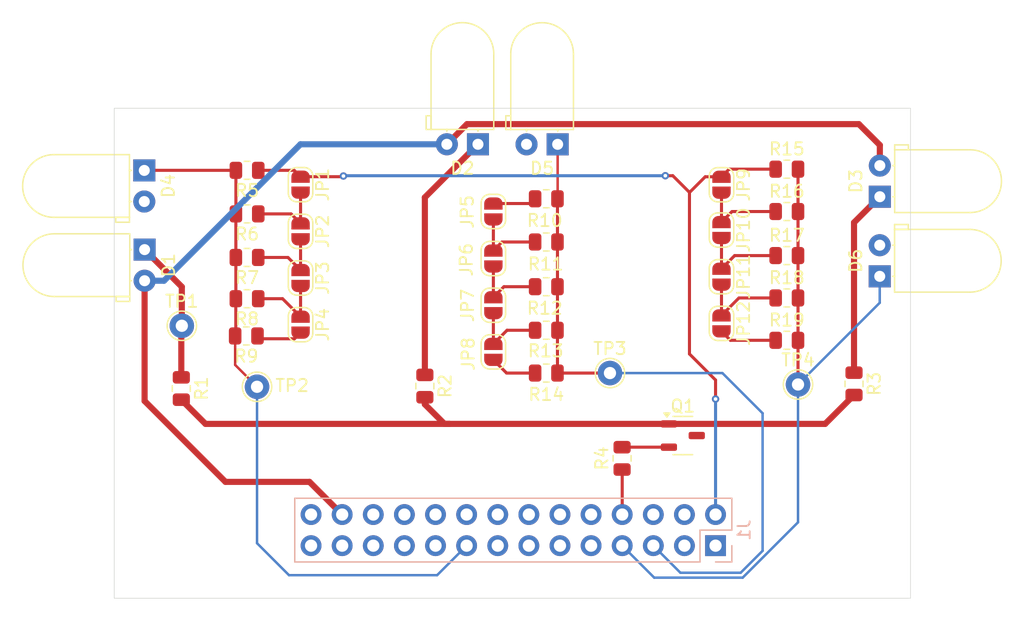
<source format=kicad_pcb>
(kicad_pcb (version 20240108) (generator "pcbnew") (generator_version "8.0")
  (layers (0 "F.Cu" signal) (31 "B.Cu" signal) (34 "B.Paste" user) (35 "F.Paste" user) (36 "B.SilkS" user "B.Silkscreen") (37 "F.SilkS" user "F.Silkscreen") (38 "B.Mask" user) (39 "F.Mask" user) (44 "Edge.Cuts" user))
  (net 0 "")
  (net 1 "Net-(D1-K)")
  (net 2 "BATT")
  (net 3 "Net-(D2-K)")
  (net 4 "Net-(D3-K)")
  (net 5 "/PA4")
  (net 6 "GND")
  (net 7 "/PA5")
  (net 8 "/PA6")
  (net 9 "/PE11")
  (net 10 "/RESV1")
  (net 11 "3V3")
  (net 12 "/PE13")
  (net 13 "/PA3")
  (net 14 "/PA7")
  (net 15 "/PE12")
  (net 16 "/PE8")
  (net 17 "/PE14")
  (net 18 "/RESV2")
  (net 19 "/PE15")
  (net 20 "/PE9")
  (net 21 "/PE10")
  (net 22 "/PC4")
  (net 23 "/AB0")
  (net 24 "/PC5")
  (net 25 "/RESV3")
  (net 26 "Net-(JP1-B)")
  (net 27 "Net-(JP2-B)")
  (net 28 "Net-(JP3-B)")
  (net 29 "Net-(JP4-B)")
  (net 30 "Net-(JP6-B)")
  (net 31 "Net-(JP7-B)")
  (net 32 "Net-(Q1-C)")
  (net 33 "Net-(Q1-B)")
  (net 34 "Net-(JP5-B)")
  (net 35 "Net-(JP8-B)")
  (net 36 "Net-(JP10-A)")
  (net 37 "Net-(JP10-B)")
  (net 38 "Net-(JP11-B)")
  (net 39 "Net-(JP12-B)")
  (footprint "Resistor_SMD:R_0805_2012Metric" (layer "F.Cu") (at 62.0835 83.98 180)
    (property "Reference" "R8" (at 0 -1.65 180) (layer "F.SilkS"))
    (property "Value" "12k")
    (pad "1" smd roundrect (at -0.9125 0 180) (size 1.025 1.4) (layers "F.Cu" "F.Paste" "F.Mask") (roundrect_rratio 0.243902439) (net 28 "Net-(JP3-B)"))
    (pad "2" smd roundrect (at 0.9125 0 180) (size 1.025 1.4) (layers "F.Cu" "F.Paste" "F.Mask") (roundrect_rratio 0.243902439) (net 14 "/PA7"))
  )
  (footprint "TestPoint:TestPoint_THTPad_D2.0mm_Drill1.0mm" (layer "F.Cu") (at 107.061 90.9828)
    (property "Reference" "TP4" (at 0 -1.998 0) (layer "F.SilkS"))
    (property "Value" "TestPoint")
    (pad "1" thru_hole circle (at 0 0) (size 2 2) (drill 1) (layers "*.Cu" "*.Mask") (net 5 "/PA4"))
  )
  (footprint "Resistor_SMD:R_0805_2012Metric" (layer "F.Cu") (at 76.6 91.1125 -90)
    (property "Reference" "R2" (at 0 -1.65 90) (layer "F.SilkS"))
    (property "Value" "47")
    (pad "1" smd roundrect (at -0.9125 0 270) (size 1.025 1.4) (layers "F.Cu" "F.Paste" "F.Mask") (roundrect_rratio 0.243902439) (net 3 "Net-(D2-K)"))
    (pad "2" smd roundrect (at 0.9125 0 270) (size 1.025 1.4) (layers "F.Cu" "F.Paste" "F.Mask") (roundrect_rratio 0.243902439) (net 32 "Net-(Q1-C)"))
  )
  (footprint "Jumper:SolderJumper-2_P1.3mm_Open_RoundedPad1.0x1.5mm" (layer "F.Cu") (at 66.453 86.1 -90)
    (property "Reference" "JP4" (at 0 -1.8 90) (layer "F.SilkS"))
    (property "Value" "SoJMP_Opn")
    (pad "1" smd custom (at -0.65 0 270) (size 1 0.5) (layers "F.Cu" "F.Mask") (net 28 "Net-(JP3-B)") (options (clearance outline) (anchor rect)) (primitives (gr_circle (center 0 0.25) (end 0.5 0.25) (width 0) (fill yes)) (gr_circle (center 0 -0.25) (end 0.5 -0.25) (width 0) (fill yes)) (gr_poly (pts (xy 0.5 0.75) (xy 0 0.75) (xy 0 -0.75) (xy 0.5 -0.75)) (width 0) (fill yes))))
    (pad "2" smd custom (at 0.65 0 270) (size 1 0.5) (layers "F.Cu" "F.Mask") (net 29 "Net-(JP4-B)") (options (clearance outline) (anchor rect)) (primitives (gr_circle (center 0 0.25) (end 0.5 0.25) (width 0) (fill yes)) (gr_circle (center 0 -0.25) (end 0.5 -0.25) (width 0) (fill yes)) (gr_poly (pts (xy 0 0.75) (xy -0.5 0.75) (xy -0.5 -0.75) (xy 0 -0.75)) (width 0) (fill yes))))
  )
  (footprint "TestPoint:TestPoint_THTPad_D2.0mm_Drill1.0mm" (layer "F.Cu") (at 91.71 90.05)
    (property "Reference" "TP3" (at 0 -1.998 0) (layer "F.SilkS"))
    (property "Value" "TestPoint")
    (pad "1" thru_hole circle (at 0 0) (size 2 2) (drill 1) (layers "*.Cu" "*.Mask") (net 13 "/PA3"))
  )
  (footprint "Jumper:SolderJumper-2_P1.3mm_Open_RoundedPad1.0x1.5mm" (layer "F.Cu") (at 66.453 74.67 -90)
    (property "Reference" "JP1" (at 0 -1.8 90) (layer "F.SilkS"))
    (property "Value" "SoJMP_Opn")
    (pad "1" smd custom (at -0.65 0 270) (size 1 0.5) (layers "F.Cu" "F.Mask") (net 11 "3V3") (options (clearance outline) (anchor rect)) (primitives (gr_circle (center 0 0.25) (end 0.5 0.25) (width 0) (fill yes)) (gr_circle (center 0 -0.25) (end 0.5 -0.25) (width 0) (fill yes)) (gr_poly (pts (xy 0.5 0.75) (xy 0 0.75) (xy 0 -0.75) (xy 0.5 -0.75)) (width 0) (fill yes))))
    (pad "2" smd custom (at 0.65 0 270) (size 1 0.5) (layers "F.Cu" "F.Mask") (net 26 "Net-(JP1-B)") (options (clearance outline) (anchor rect)) (primitives (gr_circle (center 0 0.25) (end 0.5 0.25) (width 0) (fill yes)) (gr_circle (center 0 -0.25) (end 0.5 -0.25) (width 0) (fill yes)) (gr_poly (pts (xy 0 0.75) (xy -0.5 0.75) (xy -0.5 -0.75) (xy 0 -0.75)) (width 0) (fill yes))))
  )
  (footprint "Resistor_SMD:R_0805_2012Metric" (layer "F.Cu") (at 106.1485 76.864)
    (property "Reference" "R16" (at 0 -1.65 0) (layer "F.SilkS"))
    (property "Value" "220k")
    (pad "1" smd roundrect (at -0.9125 0) (size 1.025 1.4) (layers "F.Cu" "F.Paste" "F.Mask") (roundrect_rratio 0.243902439) (net 36 "Net-(JP10-A)"))
    (pad "2" smd roundrect (at 0.9125 0) (size 1.025 1.4) (layers "F.Cu" "F.Paste" "F.Mask") (roundrect_rratio 0.243902439) (net 5 "/PA4"))
  )
  (footprint "Resistor_SMD:R_0805_2012Metric" (layer "F.Cu") (at 86.5125 90.05)
    (property "Reference" "R14" (at -0.0001 1.7456 0) (layer "F.SilkS"))
    (property "Value" "10k")
    (pad "1" smd roundrect (at -0.9125 0) (size 1.025 1.4) (layers "F.Cu" "F.Paste" "F.Mask") (roundrect_rratio 0.243902439) (net 35 "Net-(JP8-B)"))
    (pad "2" smd roundrect (at 0.9125 0) (size 1.025 1.4) (layers "F.Cu" "F.Paste" "F.Mask") (roundrect_rratio 0.243902439) (net 13 "/PA3"))
  )
  (footprint "Jumper:SolderJumper-2_P1.3mm_Open_RoundedPad1.0x1.5mm" (layer "F.Cu") (at 100.8145 85.994 -90)
    (property "Reference" "JP12" (at 0 -1.8 90) (layer "F.SilkS"))
    (property "Value" "SoJMP_Opn")
    (pad "1" smd custom (at -0.65 0 270) (size 1 0.5) (layers "F.Cu" "F.Mask") (net 38 "Net-(JP11-B)") (options (clearance outline) (anchor rect)) (primitives (gr_circle (center 0 0.25) (end 0.5 0.25) (width 0) (fill yes)) (gr_circle (center 0 -0.25) (end 0.5 -0.25) (width 0) (fill yes)) (gr_poly (pts (xy 0.5 0.75) (xy 0 0.75) (xy 0 -0.75) (xy 0.5 -0.75)) (width 0) (fill yes))))
    (pad "2" smd custom (at 0.65 0 270) (size 1 0.5) (layers "F.Cu" "F.Mask") (net 39 "Net-(JP12-B)") (options (clearance outline) (anchor rect)) (primitives (gr_circle (center 0 0.25) (end 0.5 0.25) (width 0) (fill yes)) (gr_circle (center 0 -0.25) (end 0.5 -0.25) (width 0) (fill yes)) (gr_poly (pts (xy 0 0.75) (xy -0.5 0.75) (xy -0.5 -0.75) (xy 0 -0.75)) (width 0) (fill yes))))
  )
  (footprint "Resistor_SMD:R_0805_2012Metric" (layer "F.Cu") (at 111.633 90.9301 -90)
    (property "Reference" "R3" (at 0 -1.65 90) (layer "F.SilkS"))
    (property "Value" "47")
    (pad "1" smd roundrect (at -0.9125 0 270) (size 1.025 1.4) (layers "F.Cu" "F.Paste" "F.Mask") (roundrect_rratio 0.243902439) (net 4 "Net-(D3-K)"))
    (pad "2" smd roundrect (at 0.9125 0 270) (size 1.025 1.4) (layers "F.Cu" "F.Paste" "F.Mask") (roundrect_rratio 0.243902439) (net 32 "Net-(Q1-C)"))
  )
  (footprint "Jumper:SolderJumper-2_P1.3mm_Open_RoundedPad1.0x1.5mm" (layer "F.Cu") (at 66.453 78.48 -90)
    (property "Reference" "JP2" (at 0 -1.8 90) (layer "F.SilkS"))
    (property "Value" "SoJMP_Opn")
    (pad "1" smd custom (at -0.65 0 270) (size 1 0.5) (layers "F.Cu" "F.Mask") (net 26 "Net-(JP1-B)") (options (clearance outline) (anchor rect)) (primitives (gr_circle (center 0 0.25) (end 0.5 0.25) (width 0) (fill yes)) (gr_circle (center 0 -0.25) (end 0.5 -0.25) (width 0) (fill yes)) (gr_poly (pts (xy 0.5 0.75) (xy 0 0.75) (xy 0 -0.75) (xy 0.5 -0.75)) (width 0) (fill yes))))
    (pad "2" smd custom (at 0.65 0 270) (size 1 0.5) (layers "F.Cu" "F.Mask") (net 27 "Net-(JP2-B)") (options (clearance outline) (anchor rect)) (primitives (gr_circle (center 0 0.25) (end 0.5 0.25) (width 0) (fill yes)) (gr_circle (center 0 -0.25) (end 0.5 -0.25) (width 0) (fill yes)) (gr_poly (pts (xy 0 0.75) (xy -0.5 0.75) (xy -0.5 -0.75) (xy 0 -0.75)) (width 0) (fill yes))))
  )
  (footprint "TestPoint:TestPoint_THTPad_D2.0mm_Drill1.0mm" (layer "F.Cu") (at 56.76 86.19)
    (property "Reference" "TP1" (at 0 -1.998 0) (layer "F.SilkS"))
    (property "Value" "TestPoint")
    (pad "1" thru_hole circle (at 0 0) (size 2 2) (drill 1) (layers "*.Cu" "*.Mask") (net 1 "Net-(D1-K)"))
  )
  (footprint "Resistor_SMD:R_0805_2012Metric" (layer "F.Cu") (at 56.7182 91.3111 -90)
    (property "Reference" "R1" (at 0 -1.65 90) (layer "F.SilkS"))
    (property "Value" "47")
    (pad "1" smd roundrect (at -0.9125 0 270) (size 1.025 1.4) (layers "F.Cu" "F.Paste" "F.Mask") (roundrect_rratio 0.243902439) (net 1 "Net-(D1-K)"))
    (pad "2" smd roundrect (at 0.9125 0 270) (size 1.025 1.4) (layers "F.Cu" "F.Paste" "F.Mask") (roundrect_rratio 0.243902439) (net 32 "Net-(Q1-C)"))
  )
  (footprint "LED_THT:LED_D5.0mm_Horizontal_O1.27mm_Z3.0mm_Clear" (layer "F.Cu") (at 80.935 71.374 180)
    (property "Reference" "D2" (at 1.27 -1.96 180) (layer "F.SilkS"))
    (property "Value" "LED")
    (pad "1" thru_hole rect (at 0 0 180) (size 1.8 1.8) (drill 0.9) (layers "*.Cu" "*.Mask") (net 3 "Net-(D2-K)"))
    (pad "2" thru_hole circle (at 2.54 0 180) (size 1.8 1.8) (drill 0.9) (layers "*.Cu" "*.Mask") (net 2 "BATT"))
  )
  (footprint "Jumper:SolderJumper-2_P1.3mm_Open_RoundedPad1.0x1.5mm" (layer "F.Cu") (at 66.453 82.29 -90)
    (property "Reference" "JP3" (at 0 -1.8 90) (layer "F.SilkS"))
    (property "Value" "SoJMP_Opn")
    (pad "1" smd custom (at -0.65 0 270) (size 1 0.5) (layers "F.Cu" "F.Mask") (net 27 "Net-(JP2-B)") (options (clearance outline) (anchor rect)) (primitives (gr_circle (center 0 0.25) (end 0.5 0.25) (width 0) (fill yes)) (gr_circle (center 0 -0.25) (end 0.5 -0.25) (width 0) (fill yes)) (gr_poly (pts (xy 0.5 0.75) (xy 0 0.75) (xy 0 -0.75) (xy 0.5 -0.75)) (width 0) (fill yes))))
    (pad "2" smd custom (at 0.65 0 270) (size 1 0.5) (layers "F.Cu" "F.Mask") (net 28 "Net-(JP3-B)") (options (clearance outline) (anchor rect)) (primitives (gr_circle (center 0 0.25) (end 0.5 0.25) (width 0) (fill yes)) (gr_circle (center 0 -0.25) (end 0.5 -0.25) (width 0) (fill yes)) (gr_poly (pts (xy 0 0.75) (xy -0.5 0.75) (xy -0.5 -0.75) (xy 0 -0.75)) (width 0) (fill yes))))
  )
  (footprint "Jumper:SolderJumper-2_P1.3mm_Open_RoundedPad1.0x1.5mm" (layer "F.Cu") (at 100.8145 78.374 -90)
    (property "Reference" "JP10" (at 0 -1.8 90) (layer "F.SilkS"))
    (property "Value" "SoJMP_Opn")
    (pad "1" smd custom (at -0.65 0 270) (size 1 0.5) (layers "F.Cu" "F.Mask") (net 36 "Net-(JP10-A)") (options (clearance outline) (anchor rect)) (primitives (gr_circle (center 0 0.25) (end 0.5 0.25) (width 0) (fill yes)) (gr_circle (center 0 -0.25) (end 0.5 -0.25) (width 0) (fill yes)) (gr_poly (pts (xy 0.5 0.75) (xy 0 0.75) (xy 0 -0.75) (xy 0.5 -0.75)) (width 0) (fill yes))))
    (pad "2" smd custom (at 0.65 0 270) (size 1 0.5) (layers "F.Cu" "F.Mask") (net 37 "Net-(JP10-B)") (options (clearance outline) (anchor rect)) (primitives (gr_circle (center 0 0.25) (end 0.5 0.25) (width 0) (fill yes)) (gr_circle (center 0 -0.25) (end 0.5 -0.25) (width 0) (fill yes)) (gr_poly (pts (xy 0 0.75) (xy -0.5 0.75) (xy -0.5 -0.75) (xy 0 -0.75)) (width 0) (fill yes))))
  )
  (footprint "LED_THT:LED_D5.0mm_Horizontal_O1.27mm_Z3.0mm_Clear" (layer "F.Cu") (at 87.44 71.3786 180)
    (property "Reference" "D5" (at 1.27 -1.96 180) (layer "F.SilkS"))
    (property "Value" "D_Photo")
    (pad "1" thru_hole rect (at 0 0 180) (size 1.8 1.8) (drill 0.9) (layers "*.Cu" "*.Mask") (net 13 "/PA3"))
    (pad "2" thru_hole circle (at 2.54 0 180) (size 1.8 1.8) (drill 0.9) (layers "*.Cu" "*.Mask") (net 6 "GND"))
  )
  (footprint "LED_THT:LED_D5.0mm_Horizontal_O1.27mm_Z3.0mm_Clear" (layer "F.Cu") (at 113.732 82.1536 90)
    (property "Reference" "D6" (at 1.27 -1.96 -90) (layer "F.SilkS"))
    (property "Value" "D_Photo")
    (pad "1" thru_hole rect (at 0 0 90) (size 1.8 1.8) (drill 0.9) (layers "*.Cu" "*.Mask") (net 5 "/PA4"))
    (pad "2" thru_hole circle (at 2.54 0 90) (size 1.8 1.8) (drill 0.9) (layers "*.Cu" "*.Mask") (net 6 "GND"))
  )
  (footprint "Resistor_SMD:R_0805_2012Metric" (layer "F.Cu") (at 86.5125 86.556)
    (property "Reference" "R13" (at -0.0509 1.6836 0) (layer "F.SilkS"))
    (property "Value" "12k")
    (pad "1" smd roundrect (at -0.9125 0) (size 1.025 1.4) (layers "F.Cu" "F.Paste" "F.Mask") (roundrect_rratio 0.243902439) (net 31 "Net-(JP7-B)"))
    (pad "2" smd roundrect (at 0.9125 0) (size 1.025 1.4) (layers "F.Cu" "F.Paste" "F.Mask") (roundrect_rratio 0.243902439) (net 13 "/PA3"))
  )
  (footprint "Resistor_SMD:R_0805_2012Metric" (layer "F.Cu") (at 106.1485 80.46)
    (property "Reference" "R17" (at 0 -1.65 0) (layer "F.SilkS"))
    (property "Value" "100k")
    (pad "1" smd roundrect (at -0.9125 0) (size 1.025 1.4) (layers "F.Cu" "F.Paste" "F.Mask") (roundrect_rratio 0.243902439) (net 37 "Net-(JP10-B)"))
    (pad "2" smd roundrect (at 0.9125 0) (size 1.025 1.4) (layers "F.Cu" "F.Paste" "F.Mask") (roundrect_rratio 0.243902439) (net 5 "/PA4"))
  )
  (footprint "Jumper:SolderJumper-2_P1.3mm_Open_RoundedPad1.0x1.5mm" (layer "F.Cu") (at 82.1926 88.321 -90)
    (property "Reference" "JP8" (at 0.1726 2.0556 90) (layer "F.SilkS"))
    (property "Value" "SoJMP_Opn")
    (pad "1" smd custom (at -0.65 0 270) (size 1 0.5) (layers "F.Cu" "F.Mask") (net 31 "Net-(JP7-B)") (options (clearance outline) (anchor rect)) (primitives (gr_circle (center 0 0.25) (end 0.5 0.25) (width 0) (fill yes)) (gr_circle (center 0 -0.25) (end 0.5 -0.25) (width 0) (fill yes)) (gr_poly (pts (xy 0.5 0.75) (xy 0 0.75) (xy 0 -0.75) (xy 0.5 -0.75)) (width 0) (fill yes))))
    (pad "2" smd custom (at 0.65 0 270) (size 1 0.5) (layers "F.Cu" "F.Mask") (net 35 "Net-(JP8-B)") (options (clearance outline) (anchor rect)) (primitives (gr_circle (center 0 0.25) (end 0.5 0.25) (width 0) (fill yes)) (gr_circle (center 0 -0.25) (end 0.5 -0.25) (width 0) (fill yes)) (gr_poly (pts (xy 0 0.75) (xy -0.5 0.75) (xy -0.5 -0.75) (xy 0 -0.75)) (width 0) (fill yes))))
  )
  (footprint "Resistor_SMD:R_0805_2012Metric" (layer "F.Cu") (at 86.5125 75.825)
    (property "Reference" "R10" (at -0.1271 1.772 0) (layer "F.SilkS"))
    (property "Value" "220k")
    (pad "1" smd roundrect (at -0.9125 0) (size 1.025 1.4) (layers "F.Cu" "F.Paste" "F.Mask") (roundrect_rratio 0.243902439) (net 11 "3V3"))
    (pad "2" smd roundrect (at 0.9125 0) (size 1.025 1.4) (layers "F.Cu" "F.Paste" "F.Mask") (roundrect_rratio 0.243902439) (net 13 "/PA3"))
  )
  (footprint "Jumper:SolderJumper-2_P1.3mm_Open_RoundedPad1.0x1.5mm" (layer "F.Cu") (at 82.1926 80.701 -90)
    (property "Reference" "JP6" (at 0.0964 2.208 90) (layer "F.SilkS"))
    (property "Value" "SoJMP_Opn")
    (pad "1" smd custom (at -0.65 0 270) (size 1 0.5) (layers "F.Cu" "F.Mask") (net 34 "Net-(JP5-B)") (options (clearance outline) (anchor rect)) (primitives (gr_circle (center 0 0.25) (end 0.5 0.25) (width 0) (fill yes)) (gr_circle (center 0 -0.25) (end 0.5 -0.25) (width 0) (fill yes)) (gr_poly (pts (xy 0.5 0.75) (xy 0 0.75) (xy 0 -0.75) (xy 0.5 -0.75)) (width 0) (fill yes))))
    (pad "2" smd custom (at 0.65 0 270) (size 1 0.5) (layers "F.Cu" "F.Mask") (net 30 "Net-(JP6-B)") (options (clearance outline) (anchor rect)) (primitives (gr_circle (center 0 0.25) (end 0.5 0.25) (width 0) (fill yes)) (gr_circle (center 0 -0.25) (end 0.5 -0.25) (width 0) (fill yes)) (gr_poly (pts (xy 0 0.75) (xy -0.5 0.75) (xy -0.5 -0.75) (xy 0 -0.75)) (width 0) (fill yes))))
  )
  (footprint "Resistor_SMD:R_0805_2012Metric" (layer "F.Cu") (at 106.1485 73.406)
    (property "Reference" "R15" (at 0 -1.65 0) (layer "F.SilkS"))
    (property "Value" "220k")
    (pad "1" smd roundrect (at -0.9125 0) (size 1.025 1.4) (layers "F.Cu" "F.Paste" "F.Mask") (roundrect_rratio 0.243902439) (net 11 "3V3"))
    (pad "2" smd roundrect (at 0.9125 0) (size 1.025 1.4) (layers "F.Cu" "F.Paste" "F.Mask") (roundrect_rratio 0.243902439) (net 5 "/PA4"))
  )
  (footprint "Jumper:SolderJumper-2_P1.3mm_Open_RoundedPad1.0x1.5mm" (layer "F.Cu") (at 82.1926 76.861 -90)
    (property "Reference" "JP5" (at 0.0248 2.1318 90) (layer "F.SilkS"))
    (property "Value" "SoJMP_Opn")
    (pad "1" smd custom (at -0.65 0 270) (size 1 0.5) (layers "F.Cu" "F.Mask") (net 11 "3V3") (options (clearance outline) (anchor rect)) (primitives (gr_circle (center 0 0.25) (end 0.5 0.25) (width 0) (fill yes)) (gr_circle (center 0 -0.25) (end 0.5 -0.25) (width 0) (fill yes)) (gr_poly (pts (xy 0.5 0.75) (xy 0 0.75) (xy 0 -0.75) (xy 0.5 -0.75)) (width 0) (fill yes))))
    (pad "2" smd custom (at 0.65 0 270) (size 1 0.5) (layers "F.Cu" "F.Mask") (net 34 "Net-(JP5-B)") (options (clearance outline) (anchor rect)) (primitives (gr_circle (center 0 0.25) (end 0.5 0.25) (width 0) (fill yes)) (gr_circle (center 0 -0.25) (end 0.5 -0.25) (width 0) (fill yes)) (gr_poly (pts (xy 0 0.75) (xy -0.5 0.75) (xy -0.5 -0.75) (xy 0 -0.75)) (width 0) (fill yes))))
  )
  (footprint "Resistor_SMD:R_0805_2012Metric" (layer "F.Cu") (at 62.0255 87.02 180)
    (property "Reference" "R9" (at 0 -1.65 180) (layer "F.SilkS"))
    (property "Value" "10k")
    (pad "1" smd roundrect (at -0.9125 0 180) (size 1.025 1.4) (layers "F.Cu" "F.Paste" "F.Mask") (roundrect_rratio 0.243902439) (net 29 "Net-(JP4-B)"))
    (pad "2" smd roundrect (at 0.9125 0 180) (size 1.025 1.4) (layers "F.Cu" "F.Paste" "F.Mask") (roundrect_rratio 0.243902439) (net 14 "/PA7"))
  )
  (footprint "Resistor_SMD:R_0805_2012Metric" (layer "F.Cu") (at 62.0875 77.056 180)
    (property "Reference" "R6" (at 0 -1.65 180) (layer "F.SilkS"))
    (property "Value" "220k")
    (pad "1" smd roundrect (at -0.9125 0 180) (size 1.025 1.4) (layers "F.Cu" "F.Paste" "F.Mask") (roundrect_rratio 0.243902439) (net 26 "Net-(JP1-B)"))
    (pad "2" smd roundrect (at 0.9125 0 180) (size 1.025 1.4) (layers "F.Cu" "F.Paste" "F.Mask") (roundrect_rratio 0.243902439) (net 14 "/PA7"))
  )
  (footprint "Package_TO_SOT_SMD:SOT-23-3" (layer "F.Cu") (at 97.6575 95.15)
    (property "Reference" "Q1" (at 0 -2.4 0) (layer "F.SilkS"))
    (property "Value" "SS8050")
    (pad "1" smd roundrect (at -1.1375 -0.95) (size 1.325 0.6) (layers "F.Cu" "F.Paste" "F.Mask") (net 32 "Net-(Q1-C)"))
    (pad "2" smd roundrect (at -1.1375 0.95) (size 1.325 0.6) (layers "F.Cu" "F.Paste" "F.Mask") (net 33 "Net-(Q1-B)"))
    (pad "3" smd roundrect (at 1.1375 0) (size 1.325 0.6) (layers "F.Cu" "F.Paste" "F.Mask") (net 6 "GND"))
  )
  (footprint "LED_THT:LED_D5.0mm_Horizontal_O1.27mm_Z3.0mm_Clear" (layer "F.Cu") (at 53.6956 73.5076 -90)
    (property "Reference" "D4" (at 1.27 -1.96 -90) (layer "F.SilkS"))
    (property "Value" "D_Photo")
    (pad "1" thru_hole rect (at 0 0 270) (size 1.8 1.8) (drill 0.9) (layers "*.Cu" "*.Mask") (net 14 "/PA7"))
    (pad "2" thru_hole circle (at 2.54 0 270) (size 1.8 1.8) (drill 0.9) (layers "*.Cu" "*.Mask") (net 6 "GND"))
  )
  (footprint "Jumper:SolderJumper-2_P1.3mm_Open_RoundedPad1.0x1.5mm" (layer "F.Cu") (at 100.8145 74.676 -90)
    (property "Reference" "JP9" (at 0 -1.8 90) (layer "F.SilkS"))
    (property "Value" "SoJMP_Opn")
    (pad "1" smd custom (at -0.65 0 270) (size 1 0.5) (layers "F.Cu" "F.Mask") (net 11 "3V3") (options (clearance outline) (anchor rect)) (primitives (gr_circle (center 0 0.25) (end 0.5 0.25) (width 0) (fill yes)) (gr_circle (center 0 -0.25) (end 0.5 -0.25) (width 0) (fill yes)) (gr_poly (pts (xy 0.5 0.75) (xy 0 0.75) (xy 0 -0.75) (xy 0.5 -0.75)) (width 0) (fill yes))))
    (pad "2" smd custom (at 0.65 0 270) (size 1 0.5) (layers "F.Cu" "F.Mask") (net 36 "Net-(JP10-A)") (options (clearance outline) (anchor rect)) (primitives (gr_circle (center 0 0.25) (end 0.5 0.25) (width 0) (fill yes)) (gr_circle (center 0 -0.25) (end 0.5 -0.25) (width 0) (fill yes)) (gr_poly (pts (xy 0 0.75) (xy -0.5 0.75) (xy -0.5 -0.75) (xy 0 -0.75)) (width 0) (fill yes))))
  )
  (footprint "Resistor_SMD:R_0805_2012Metric" (layer "F.Cu") (at 106.1485 83.918)
    (property "Reference" "R18" (at 0 -1.65 0) (layer "F.SilkS"))
    (property "Value" "12k")
    (pad "1" smd roundrect (at -0.9125 0) (size 1.025 1.4) (layers "F.Cu" "F.Paste" "F.Mask") (roundrect_rratio 0.243902439) (net 38 "Net-(JP11-B)"))
    (pad "2" smd roundrect (at 0.9125 0) (size 1.025 1.4) (layers "F.Cu" "F.Paste" "F.Mask") (roundrect_rratio 0.243902439) (net 5 "/PA4"))
  )
  (footprint "Jumper:SolderJumper-2_P1.3mm_Open_RoundedPad1.0x1.5mm" (layer "F.Cu") (at 100.8145 82.184 -90)
    (property "Reference" "JP11" (at 0 -1.8 90) (layer "F.SilkS"))
    (property "Value" "SoJMP_Opn")
    (pad "1" smd custom (at -0.65 0 270) (size 1 0.5) (layers "F.Cu" "F.Mask") (net 37 "Net-(JP10-B)") (options (clearance outline) (anchor rect)) (primitives (gr_circle (center 0 0.25) (end 0.5 0.25) (width 0) (fill yes)) (gr_circle (center 0 -0.25) (end 0.5 -0.25) (width 0) (fill yes)) (gr_poly (pts (xy 0.5 0.75) (xy 0 0.75) (xy 0 -0.75) (xy 0.5 -0.75)) (width 0) (fill yes))))
    (pad "2" smd custom (at 0.65 0 270) (size 1 0.5) (layers "F.Cu" "F.Mask") (net 38 "Net-(JP11-B)") (options (clearance outline) (anchor rect)) (primitives (gr_circle (center 0 0.25) (end 0.5 0.25) (width 0) (fill yes)) (gr_circle (center 0 -0.25) (end 0.5 -0.25) (width 0) (fill yes)) (gr_poly (pts (xy 0 0.75) (xy -0.5 0.75) (xy -0.5 -0.75) (xy 0 -0.75)) (width 0) (fill yes))))
  )
  (footprint "Resistor_SMD:R_0805_2012Metric" (layer "F.Cu") (at 86.5125 79.35)
    (property "Reference" "R11" (at -0.0509 1.803 0) (layer "F.SilkS"))
    (property "Value" "220k")
    (pad "1" smd roundrect (at -0.9125 0) (size 1.025 1.4) (layers "F.Cu" "F.Paste" "F.Mask") (roundrect_rratio 0.243902439) (net 34 "Net-(JP5-B)"))
    (pad "2" smd roundrect (at 0.9125 0) (size 1.025 1.4) (layers "F.Cu" "F.Paste" "F.Mask") (roundrect_rratio 0.243902439) (net 13 "/PA3"))
  )
  (footprint "Resistor_SMD:R_0805_2012Metric" (layer "F.Cu") (at 86.5125 83)
    (property "Reference" "R12" (at -0.1271 1.7598 0) (layer "F.SilkS"))
    (property "Value" "100k")
    (pad "1" smd roundrect (at -0.9125 0) (size 1.025 1.4) (layers "F.Cu" "F.Paste" "F.Mask") (roundrect_rratio 0.243902439) (net 30 "Net-(JP6-B)"))
    (pad "2" smd roundrect (at 0.9125 0) (size 1.025 1.4) (layers "F.Cu" "F.Paste" "F.Mask") (roundrect_rratio 0.243902439) (net 13 "/PA3"))
  )
  (footprint "Jumper:SolderJumper-2_P1.3mm_Open_RoundedPad1.0x1.5mm" (layer "F.Cu") (at 82.1926 84.511 -90)
    (property "Reference" "JP7" (at 0.0202 2.1064 90) (layer "F.SilkS"))
    (property "Value" "SoJMP_Opn")
    (pad "1" smd custom (at -0.65 0 270) (size 1 0.5) (layers "F.Cu" "F.Mask") (net 30 "Net-(JP6-B)") (options (clearance outline) (anchor rect)) (primitives (gr_circle (center 0 0.25) (end 0.5 0.25) (width 0) (fill yes)) (gr_circle (center 0 -0.25) (end 0.5 -0.25) (width 0) (fill yes)) (gr_poly (pts (xy 0.5 0.75) (xy 0 0.75) (xy 0 -0.75) (xy 0.5 -0.75)) (width 0) (fill yes))))
    (pad "2" smd custom (at 0.65 0 270) (size 1 0.5) (layers "F.Cu" "F.Mask") (net 31 "Net-(JP7-B)") (options (clearance outline) (anchor rect)) (primitives (gr_circle (center 0 0.25) (end 0.5 0.25) (width 0) (fill yes)) (gr_circle (center 0 -0.25) (end 0.5 -0.25) (width 0) (fill yes)) (gr_poly (pts (xy 0 0.75) (xy -0.5 0.75) (xy -0.5 -0.75) (xy 0 -0.75)) (width 0) (fill yes))))
  )
  (footprint "Resistor_SMD:R_0805_2012Metric" (layer "F.Cu") (at 92.7 97.0125 90)
    (property "Reference" "R4" (at 0 -1.65 -90) (layer "F.SilkS"))
    (property "Value" "2k7")
    (pad "1" smd roundrect (at -0.9125 0 90) (size 1.025 1.4) (layers "F.Cu" "F.Paste" "F.Mask") (roundrect_rratio 0.243902439) (net 19 "/PE15"))
    (pad "2" smd roundrect (at 0.9125 0 90) (size 1.025 1.4) (layers "F.Cu" "F.Paste" "F.Mask") (roundrect_rratio 0.243902439) (net 33 "Net-(Q1-B)"))
  )
  (footprint "Resistor_SMD:R_0805_2012Metric" (layer "F.Cu") (at 106.1485 87.376)
    (property "Reference" "R19" (at 0 -1.65 0) (layer "F.SilkS"))
    (property "Value" "10k")
    (pad "1" smd roundrect (at -0.9125 0) (size 1.025 1.4) (layers "F.Cu" "F.Paste" "F.Mask") (roundrect_rratio 0.243902439) (net 39 "Net-(JP12-B)"))
    (pad "2" smd roundrect (at 0.9125 0) (size 1.025 1.4) (layers "F.Cu" "F.Paste" "F.Mask") (roundrect_rratio 0.243902439) (net 5 "/PA4"))
  )
  (footprint "Resistor_SMD:R_0805_2012Metric" (layer "F.Cu") (at 62.0835 80.612 180)
    (property "Reference" "R7" (at 0 -1.65 180) (layer "F.SilkS"))
    (property "Value" "100k")
    (pad "1" smd roundrect (at -0.9125 0 180) (size 1.025 1.4) (layers "F.Cu" "F.Paste" "F.Mask") (roundrect_rratio 0.243902439) (net 27 "Net-(JP2-B)"))
    (pad "2" smd roundrect (at 0.9125 0 180) (size 1.025 1.4) (layers "F.Cu" "F.Paste" "F.Mask") (roundrect_rratio 0.243902439) (net 14 "/PA7"))
  )
  (footprint "TestPoint:TestPoint_THTPad_D2.0mm_Drill1.0mm" (layer "F.Cu") (at 62.9 91.17)
    (property "Reference" "TP2" (at 2.87 -0.1 0) (layer "F.SilkS"))
    (property "Value" "TestPoint")
    (pad "1" thru_hole circle (at 0 0) (size 2 2) (drill 1) (layers "*.Cu" "*.Mask") (net 14 "/PA7"))
  )
  (footprint "Resistor_SMD:R_0805_2012Metric" (layer "F.Cu") (at 62.0875 73.5 180)
    (property "Reference" "R5" (at 0 -1.65 180) (layer "F.SilkS"))
    (property "Value" "220k")
    (pad "1" smd roundrect (at -0.9125 0 180) (size 1.025 1.4) (layers "F.Cu" "F.Paste" "F.Mask") (roundrect_rratio 0.243902439) (net 11 "3V3"))
    (pad "2" smd roundrect (at 0.9125 0 180) (size 1.025 1.4) (layers "F.Cu" "F.Paste" "F.Mask") (roundrect_rratio 0.243902439) (net 14 "/PA7"))
  )
  (footprint "LED_THT:LED_D5.0mm_Horizontal_O1.27mm_Z3.0mm_Clear" (layer "F.Cu") (at 53.722 79.972 -90)
    (property "Reference" "D1" (at 1.27 -1.96 -90) (layer "F.SilkS"))
    (property "Value" "LED")
    (pad "1" thru_hole rect (at 0 0 270) (size 1.8 1.8) (drill 0.9) (layers "*.Cu" "*.Mask") (net 1 "Net-(D1-K)"))
    (pad "2" thru_hole circle (at 2.54 0 270) (size 1.8 1.8) (drill 0.9) (layers "*.Cu" "*.Mask") (net 2 "BATT"))
  )
  (footprint "LED_THT:LED_D5.0mm_Horizontal_O1.27mm_Z3.0mm_Clear" (layer "F.Cu") (at 113.74 75.655 90)
    (property "Reference" "D3" (at 1.27 -1.96 90) (layer "F.SilkS"))
    (property "Value" "LED")
    (pad "1" thru_hole rect (at 0 0 90) (size 1.8 1.8) (drill 0.9) (layers "*.Cu" "*.Mask") (net 4 "Net-(D3-K)"))
    (pad "2" thru_hole circle (at 2.54 0 90) (size 1.8 1.8) (drill 0.9) (layers "*.Cu" "*.Mask") (net 2 "BATT"))
  )
  (footprint "Connector_PinHeader_2.54mm:PinHeader_2x14_P2.54mm_Vertical" (layer "B.Cu") (at 100.33 104.14 90)
    (property "Reference" "J1" (at 1.27 2.33 -90) (layer "B.SilkS") (effects (justify mirror)))
    (property "Value" "Conn_02x14_Odd_Even")
    (pad "1" thru_hole rect (at 0 0 90) (size 1.7 1.7) (drill 1) (layers "*.Cu" "*.Mask") (net 25 "/RESV3"))
    (pad "2" thru_hole oval (at 2.54 0 90) (size 1.7 1.7) (drill 1) (layers "*.Cu" "*.Mask") (net 11 "3V3"))
    (pad "3" thru_hole oval (at 0 -2.54 90) (size 1.7 1.7) (drill 1) (layers "*.Cu" "*.Mask") (net 6 "GND"))
    (pad "4" thru_hole oval (at 2.54 -2.54 90) (size 1.7 1.7) (drill 1) (layers "*.Cu" "*.Mask") (net 2 "BATT"))
    (pad "5" thru_hole oval (at 0 -5.08 90) (size 1.7 1.7) (drill 1) (layers "*.Cu" "*.Mask") (net 13 "/PA3"))
    (pad "6" thru_hole oval (at 2.54 -5.08 90) (size 1.7 1.7) (drill 1) (layers "*.Cu" "*.Mask") (net 18 "/RESV2"))
    (pad "7" thru_hole oval (at 0 -7.62 90) (size 1.7 1.7) (drill 1) (layers "*.Cu" "*.Mask") (net 5 "/PA4"))
    (pad "8" thru_hole oval (at 2.54 -7.62 90) (size 1.7 1.7) (drill 1) (layers "*.Cu" "*.Mask") (net 19 "/PE15"))
    (pad "9" thru_hole oval (at 0 -10.16 90) (size 1.7 1.7) (drill 1) (layers "*.Cu" "*.Mask") (net 6 "GND"))
    (pad "10" thru_hole oval (at 2.54 -10.16 90) (size 1.7 1.7) (drill 1) (layers "*.Cu" "*.Mask") (net 17 "/PE14"))
    (pad "11" thru_hole oval (at 0 -12.7 90) (size 1.7 1.7) (drill 1) (layers "*.Cu" "*.Mask") (net 7 "/PA5"))
    (pad "12" thru_hole oval (at 2.54 -12.7 90) (size 1.7 1.7) (drill 1) (layers "*.Cu" "*.Mask") (net 12 "/PE13"))
    (pad "13" thru_hole oval (at 0 -15.24 90) (size 1.7 1.7) (drill 1) (layers "*.Cu" "*.Mask") (net 8 "/PA6"))
    (pad "14" thru_hole oval (at 2.54 -15.24 90) (size 1.7 1.7) (drill 1) (layers "*.Cu" "*.Mask") (net 15 "/PE12"))
    (pad "15" thru_hole oval (at 0 -17.78 90) (size 1.7 1.7) (drill 1) (layers "*.Cu" "*.Mask") (net 6 "GND"))
    (pad "16" thru_hole oval (at 2.54 -17.78 90) (size 1.7 1.7) (drill 1) (layers "*.Cu" "*.Mask") (net 9 "/PE11"))
    (pad "17" thru_hole oval (at 0 -20.32 90) (size 1.7 1.7) (drill 1) (layers "*.Cu" "*.Mask") (net 14 "/PA7"))
    (pad "18" thru_hole oval (at 2.54 -20.32 90) (size 1.7 1.7) (drill 1) (layers "*.Cu" "*.Mask") (net 21 "/PE10"))
    (pad "19" thru_hole oval (at 0 -22.86 90) (size 1.7 1.7) (drill 1) (layers "*.Cu" "*.Mask") (net 22 "/PC4"))
    (pad "20" thru_hole oval (at 2.54 -22.86 90) (size 1.7 1.7) (drill 1) (layers "*.Cu" "*.Mask") (net 20 "/PE9"))
    (pad "21" thru_hole oval (at 0 -25.4 90) (size 1.7 1.7) (drill 1) (layers "*.Cu" "*.Mask") (net 6 "GND"))
    (pad "22" thru_hole oval (at 2.54 -25.4 90) (size 1.7 1.7) (drill 1) (layers "*.Cu" "*.Mask") (net 16 "/PE8"))
    (pad "23" thru_hole oval (at 0 -27.94 90) (size 1.7 1.7) (drill 1) (layers "*.Cu" "*.Mask") (net 24 "/PC5"))
    (pad "24" thru_hole oval (at 2.54 -27.94 90) (size 1.7 1.7) (drill 1) (layers "*.Cu" "*.Mask") (net 10 "/RESV1"))
    (pad "25" thru_hole oval (at 0 -30.48 90) (size 1.7 1.7) (drill 1) (layers "*.Cu" "*.Mask") (net 23 "/AB0"))
    (pad "26" thru_hole oval (at 2.54 -30.48 90) (size 1.7 1.7) (drill 1) (layers "*.Cu" "*.Mask") (net 2 "BATT"))
    (pad "27" thru_hole oval (at 0 -33.02 90) (size 1.7 1.7) (drill 1) (layers "*.Cu" "*.Mask") (net 6 "GND"))
    (pad "28" thru_hole oval (at 2.54 -33.02 90) (size 1.7 1.7) (drill 1) (layers "*.Cu" "*.Mask") (net 11 "3V3"))
  )
  (gr_rect (start 51.2438 68.4326) (end 116.2438 108.4326) (stroke (width 0.05)) (fill none) (layer "Edge.Cuts"))
  (segment (start 56.76 86.19) (end 56.76 86.605) (width 0.5) (layer "F.Cu") (net 1))
  (segment (start 56.7182 86.2318) (end 56.76 86.19) (width 0.5) (layer "F.Cu") (net 1))
  (segment (start 56.76 83.01) (end 56.76 86.19) (width 0.5) (layer "F.Cu") (net 1))
  (segment (start 56.76 86.605) (end 56.722 86.643) (width 0.5) (layer "F.Cu") (net 1))
  (segment (start 53.722 79.972) (end 56.76 83.01) (width 0.5) (layer "F.Cu") (net 1))
  (segment (start 56.7182 90.3986) (end 56.7182 86.2318) (width 0.5) (layer "F.Cu") (net 1))
  (segment (start 60.325 98.933) (end 53.721 92.329) (width 0.5) (layer "F.Cu") (net 2))
  (segment (start 53.721 92.329) (end 53.721 82.513) (width 0.5) (layer "F.Cu") (net 2))
  (segment (start 67.183 98.933) (end 60.325 98.933) (width 0.5) (layer "F.Cu") (net 2))
  (segment (start 53.721 82.513) (end 53.722 82.512) (width 0.5) (layer "F.Cu") (net 2))
  (segment (start 113.74 71.44) (end 112.03 69.73) (width 0.5) (layer "F.Cu") (net 2))
  (segment (start 112.03 69.73) (end 80.039 69.73) (width 0.5) (layer "F.Cu") (net 2))
  (segment (start 113.74 73.115) (end 113.74 71.44) (width 0.5) (layer "F.Cu") (net 2))
  (segment (start 69.85 101.6) (end 67.183 98.933) (width 0.5) (layer "F.Cu") (net 2))
  (segment (start 80.039 69.73) (end 78.395 71.374) (width 0.5) (layer "F.Cu") (net 2))
  (segment (start 55.3084 82.512) (end 53.722 82.512) (width 0.5) (layer "B.Cu") (net 2))
  (segment (start 66.4464 71.374) (end 55.3084 82.512) (width 0.5) (layer "B.Cu") (net 2))
  (segment (start 78.395 71.374) (end 66.4464 71.374) (width 0.5) (layer "B.Cu") (net 2))
  (segment (start 76.6 75.709) (end 76.6 90.2) (width 0.5) (layer "F.Cu") (net 3))
  (segment (start 80.935 71.374) (end 76.6 75.709) (width 0.5) (layer "F.Cu") (net 3))
  (segment (start 80.826 71.374) (end 80.935 71.374) (width 0.5) (layer "B.Cu") (net 3))
  (segment (start 111.633 77.762) (end 113.74 75.655) (width 0.5) (layer "F.Cu") (net 4))
  (segment (start 111.633 90.0176) (end 111.633 77.762) (width 0.5) (layer "F.Cu") (net 4))
  (segment (start 107.061 87.376) (end 107.061 90.9828) (width 0.25) (layer "F.Cu") (net 5))
  (segment (start 107.061 83.918) (end 107.061 80.46) (width 0.25) (layer "F.Cu") (net 5))
  (segment (start 107.061 80.46) (end 107.061 76.864) (width 0.25) (layer "F.Cu") (net 5))
  (segment (start 107.061 87.376) (end 107.061 83.918) (width 0.25) (layer "F.Cu") (net 5))
  (segment (start 107.061 76.864) (end 107.061 73.406) (width 0.25) (layer "F.Cu") (net 5))
  (segment (start 92.71 104.14) (end 95.32 106.75) (width 0.2) (layer "B.Cu") (net 5))
  (segment (start 95.32 106.75) (end 102.545686 106.75) (width 0.2) (layer "B.Cu") (net 5))
  (segment (start 113.732 82.1536) (end 113.732 84.3118) (width 0.2) (layer "B.Cu") (net 5))
  (segment (start 102.545686 106.75) (end 107.061 102.234686) (width 0.2) (layer "B.Cu") (net 5))
  (segment (start 113.732 84.3118) (end 107.061 90.9828) (width 0.2) (layer "B.Cu") (net 5))
  (segment (start 107.061 102.234686) (end 107.061 90.9828) (width 0.2) (layer "B.Cu") (net 5))
  (segment (start 113.732 79.6136) (end 113.7184 79.6) (width 0.25) (layer "B.Cu") (net 6))
  (segment (start 105.236 73.406) (end 101.4345 73.406) (width 0.25) (layer "F.Cu") (net 11))
  (segment (start 99.485 74.026) (end 100.8145 74.026) (width 0.25) (layer "F.Cu") (net 11))
  (segment (start 100.33 92.17) (end 100.33 90.62) (width 0.25) (layer "F.Cu") (net 11))
  (segment (start 65.933 73.5) (end 66.453 74.02) (width 0.25) (layer "F.Cu") (net 11))
  (segment (start 98.2 75.3) (end 98.2 75.311) (width 0.25) (layer "F.Cu") (net 11))
  (segment (start 101.4345 73.406) (end 100.8145 74.026) (width 0.25) (layer "F.Cu") (net 11))
  (segment (start 100.33 90.62) (end 98.2 88.49) (width 0.25) (layer "F.Cu") (net 11))
  (segment (start 85.214 76.211) (end 85.6 75.825) (width 0.25) (layer "F.Cu") (net 11))
  (segment (start 69.8964 74.02) (end 66.453 74.02) (width 0.25) (layer "F.Cu") (net 11))
  (segment (start 69.9516 73.9648) (end 69.8964 74.02) (width 0.25) (layer "F.Cu") (net 11))
  (segment (start 96.23 73.94) (end 96.84 73.94) (width 0.25) (layer "F.Cu") (net 11))
  (segment (start 98.2 88.49) (end 98.2 75.311) (width 0.25) (layer "F.Cu") (net 11))
  (segment (start 82.1926 76.211) (end 85.214 76.211) (width 0.25) (layer "F.Cu") (net 11))
  (segment (start 63 73.5) (end 65.933 73.5) (width 0.25) (layer "F.Cu") (net 11))
  (segment (start 98.2 75.311) (end 99.485 74.026) (width 0.25) (layer "F.Cu") (net 11))
  (segment (start 96.84 73.94) (end 98.2 75.3) (width 0.25) (layer "F.Cu") (net 11))
  (via (at 96.23 73.94) (size 0.6) (drill 0.3) (layers "F.Cu" "B.Cu") (net 11))
  (via (at 69.9516 73.9648) (size 0.6) (drill 0.3) (layers "F.Cu" "B.Cu") (net 11))
  (via (at 100.33 92.17) (size 0.6) (drill 0.3) (layers "F.Cu" "B.Cu") (net 11))
  (segment (start 69.9516 73.9648) (end 69.9764 73.94) (width 0.25) (layer "B.Cu") (net 11))
  (segment (start 96.18 73.99) (end 96.23 73.94) (width 0.25) (layer "B.Cu") (net 11))
  (segment (start 100.33 92.17) (end 100.33 101.6) (width 0.25) (layer "B.Cu") (net 11))
  (segment (start 69.9764 73.94) (end 96.23 73.94) (width 0.25) (layer "B.Cu") (net 11))
  (segment (start 87.425 90.05) (end 87.425 86.556) (width 0.25) (layer "F.Cu") (net 13))
  (segment (start 87.425 79.35) (end 87.425 83) (width 0.25) (layer "F.Cu") (net 13))
  (segment (start 87.425 75.825) (end 87.425 79.35) (width 0.25) (layer "F.Cu") (net 13))
  (segment (start 87.44 75.81) (end 87.425 75.825) (width 0.2) (layer "F.Cu") (net 13))
  (segment (start 87.425 83) (end 87.425 86.556) (width 0.25) (layer "F.Cu") (net 13))
  (segment (start 87.425 90.05) (end 91.71 90.05) (width 0.25) (layer "F.Cu") (net 13))
  (segment (start 87.44 71.3786) (end 87.44 75.81) (width 0.2) (layer "F.Cu") (net 13))
  (segment (start 95.25 104.14) (end 97.46 106.35) (width 0.2) (layer "B.Cu") (net 13))
  (segment (start 104.17 104.56) (end 104.17 93.33) (width 0.2) (layer "B.Cu") (net 13))
  (segment (start 100.89 90.05) (end 91.71 90.05) (width 0.2) (layer "B.Cu") (net 13))
  (segment (start 97.46 106.35) (end 102.38 106.35) (width 0.2) (layer "B.Cu") (net 13))
  (segment (start 102.38 106.35) (end 104.17 104.56) (width 0.2) (layer "B.Cu") (net 13))
  (segment (start 104.17 93.33) (end 100.89 90.05) (width 0.2) (layer "B.Cu") (net 13))
  (segment (start 61.175 73.5) (end 61.175 77.056) (width 0.25) (layer "F.Cu") (net 14))
  (segment (start 61.175 77.5) (end 61.171 77.504) (width 0.25) (layer "F.Cu") (net 14))
  (segment (start 61.113 87.02) (end 61.113 89.383) (width 0.2) (layer "F.Cu") (net 14))
  (segment (start 61.166 83.985) (end 61.171 83.98) (width 0.25) (layer "F.Cu") (net 14))
  (segment (start 61.171 83.98) (end 61.171 80.612) (width 0.25) (layer "F.Cu") (net 14))
  (segment (start 61.175 77.056) (end 61.175 77.5) (width 0.25) (layer "F.Cu") (net 14))
  (segment (start 61.171 77.504) (end 61.171 80.612) (width 0.25) (layer "F.Cu") (net 14))
  (segment (start 61.113 89.383) (end 62.9 91.17) (width 0.2) (layer "F.Cu") (net 14))
  (segment (start 61.166 87.25) (end 61.166 83.985) (width 0.25) (layer "F.Cu") (net 14))
  (segment (start 53.7032 73.5) (end 53.6956 73.5076) (width 0.25) (layer "F.Cu") (net 14))
  (segment (start 61.175 73.5) (end 53.7032 73.5) (width 0.25) (layer "F.Cu") (net 14))
  (segment (start 61.1674 73.5076) (end 61.175 73.5) (width 0.25) (layer "F.Cu") (net 14))
  (segment (start 77.6 106.55) (end 65.51 106.55) (width 0.2) (layer "B.Cu") (net 14))
  (segment (start 65.51 106.55) (end 62.9 103.94) (width 0.2) (layer "B.Cu") (net 14))
  (segment (start 80.01 104.14) (end 77.6 106.55) (width 0.2) (layer "B.Cu") (net 14))
  (segment (start 62.9 103.94) (end 62.9 91.17) (width 0.2) (layer "B.Cu") (net 14))
  (segment (start 74.9 101.57) (end 74.93 101.6) (width 0.25) (layer "F.Cu") (net 16))
  (segment (start 92.71 101.6) (end 92.71 97.935) (width 0.25) (layer "F.Cu") (net 19))
  (segment (start 92.71 97.935) (end 92.7 97.925) (width 0.25) (layer "F.Cu") (net 19))
  (segment (start 66.453 75.32) (end 66.453 77.83) (width 0.25) (layer "F.Cu") (net 26))
  (segment (start 63 77.056) (end 65.679 77.056) (width 0.25) (layer "F.Cu") (net 26))
  (segment (start 65.679 77.056) (end 66.453 77.83) (width 0.25) (layer "F.Cu") (net 26))
  (segment (start 65.425 80.612) (end 66.453 81.64) (width 0.25) (layer "F.Cu") (net 27))
  (segment (start 66.453 79.13) (end 66.453 81.64) (width 0.25) (layer "F.Cu") (net 27))
  (segment (start 62.996 80.612) (end 65.425 80.612) (width 0.25) (layer "F.Cu") (net 27))
  (segment (start 66.453 82.94) (end 66.453 85.45) (width 0.25) (layer "F.Cu") (net 28))
  (segment (start 62.996 83.98) (end 64.983 83.98) (width 0.25) (layer "F.Cu") (net 28))
  (segment (start 64.983 83.98) (end 66.453 85.45) (width 0.25) (layer "F.Cu") (net 28))
  (segment (start 65.953 87.25) (end 62.991 87.25) (width 0.25) (layer "F.Cu") (net 29))
  (segment (start 66.453 86.75) (end 65.953 87.25) (width 0.25) (layer "F.Cu") (net 29))
  (segment (start 83.0536 83) (end 82.1926 83.861) (width 0.25) (layer "F.Cu") (net 30))
  (segment (start 85.6 83) (end 83.0536 83) (width 0.25) (layer "F.Cu") (net 30))
  (segment (start 82.1926 81.351) (end 82.1926 83.861) (width 0.25) (layer "F.Cu") (net 30))
  (segment (start 83.3076 86.556) (end 82.1926 87.671) (width 0.25) (layer "F.Cu") (net 31))
  (segment (start 82.1926 85.161) (end 82.1926 87.671) (width 0.25) (layer "F.Cu") (net 31))
  (segment (start 85.6 86.556) (end 83.3076 86.556) (width 0.25) (layer "F.Cu") (net 31))
  (segment (start 109.2756 94.2) (end 111.633 91.8426) (width 0.5) (layer "F.Cu") (net 32))
  (segment (start 76.6 92.6) (end 78.2 94.2) (width 0.5) (layer "F.Cu") (net 32))
  (segment (start 96.52 94.2) (end 78.6 94.2) (width 0.5) (layer "F.Cu") (net 32))
  (segment (start 58.6946 94.2) (end 56.7182 92.2236) (width 0.5) (layer "F.Cu") (net 32))
  (segment (start 78.6 94.2) (end 78.2 94.2) (width 0.5) (layer "F.Cu") (net 32))
  (segment (start 76.6 92.025) (end 76.6 92.6) (width 0.5) (layer "F.Cu") (net 32))
  (segment (start 96.52 94.2) (end 109.2756 94.2) (width 0.5) (layer "F.Cu") (net 32))
  (segment (start 58.6946 94.2) (end 78.6 94.2) (width 0.5) (layer "F.Cu") (net 32))
  (segment (start 92.7 96.1) (end 96.5625 96.1) (width 0.25) (layer "F.Cu") (net 33))
  (segment (start 82.8936 79.35) (end 82.1926 80.051) (width 0.25) (layer "F.Cu") (net 34))
  (segment (start 85.6 79.35) (end 82.8936 79.35) (width 0.25) (layer "F.Cu") (net 34))
  (segment (start 82.1926 77.511) (end 82.1926 80.051) (width 0.25) (layer "F.Cu") (net 34))
  (segment (start 83.2716 90.05) (end 82.1926 88.971) (width 0.25) (layer "F.Cu") (net 35))
  (segment (start 85.6 90.05) (end 83.2716 90.05) (width 0.25) (layer "F.Cu") (net 35))
  (segment (start 105.236 76.864) (end 101.6745 76.864) (width 0.25) (layer "F.Cu") (net 36))
  (segment (start 101.6745 76.864) (end 100.8145 77.724) (width 0.25) (layer "F.Cu") (net 36))
  (segment (start 100.8145 75.326) (end 100.8145 77.724) (width 0.25) (layer "F.Cu") (net 36))
  (segment (start 105.236 80.46) (end 101.8885 80.46) (width 0.25) (layer "F.Cu") (net 37))
  (segment (start 101.8885 80.46) (end 100.8145 81.534) (width 0.25) (layer "F.Cu") (net 37))
  (segment (start 100.8145 79.024) (end 100.8145 81.534) (width 0.25) (layer "F.Cu") (net 37))
  (segment (start 105.236 83.918) (end 102.2405 83.918) (width 0.25) (layer "F.Cu") (net 38))
  (segment (start 102.2405 83.918) (end 100.8145 85.344) (width 0.25) (layer "F.Cu") (net 38))
  (segment (start 100.8145 82.834) (end 100.8145 85.344) (width 0.25) (layer "F.Cu") (net 38))
  (segment (start 105.236 87.376) (end 101.5465 87.376) (width 0.25) (layer "F.Cu") (net 39))
  (segment (start 101.5465 87.376) (end 100.8145 86.644) (width 0.25) (layer "F.Cu") (net 39))
)
</source>
